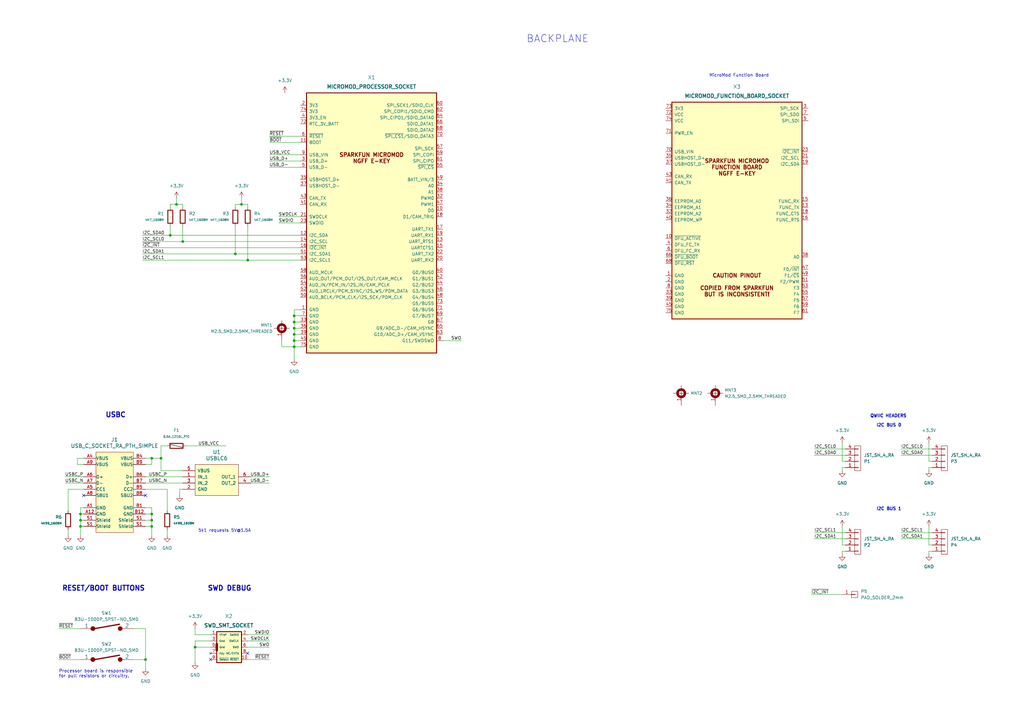
<source format=kicad_sch>
(kicad_sch (version 20230121) (generator eeschema)
  (paper "A3")
  (lib_symbols
    (symbol "appli_connector:M2_SMT_SOCKET_MICROMOD" (pin_names (offset 1.016))
      (property "Reference" "X" (at -5.08 8.89 0))
      (property "Value" "MICROMOD_PROCESSOR_SOCKET" (at 0 -101.6 0))
      (symbol "M2_SMT_SOCKET_MICROMOD_0_1"
        (rectangle (start -26.67 7.62) (end 26.67 -99.06) (stroke (width 0.4064)) (fill (type background)))
      )
      (symbol "M2_SMT_SOCKET_MICROMOD_1_0"
        (pin passive line (at 29.21 -40.64 180) (length 2.54) (name "D0") (number "10"))
        (pin passive line (at -29.21 -12.7 0) (length 2.54) (name "BOOT") (number "11"))
        (pin passive line (at -29.21 -50.8 0) (length 2.54) (name "I2C_SDA") (number "12"))
        (pin passive line (at 29.21 -53.34 180) (length 2.54) (name "UART_RTS1") (number "13"))
        (pin passive line (at -29.21 -53.34 0) (length 2.54) (name "I2C_SCL") (number "14"))
        (pin passive line (at 29.21 -55.88 180) (length 2.54) (name "UARTCTS1") (number "15"))
        (pin passive line (at -29.21 -55.88 0) (length 2.54) (name "~{I2C_INT}") (number "16"))
        (pin passive line (at 29.21 -48.26 180) (length 2.54) (name "UART_TX1") (number "17"))
        (pin passive line (at 29.21 -43.18 180) (length 2.54) (name "D1/CAM_TRIG") (number "18"))
        (pin passive line (at 29.21 -50.8 180) (length 2.54) (name "UART_RX1") (number "19"))
        (pin passive line (at -29.21 2.54 0) (length 2.54) (name "3V3") (number "2"))
        (pin passive line (at 29.21 -60.96 180) (length 2.54) (name "UART_RX2") (number "20"))
        (pin passive line (at -29.21 -43.18 0) (length 2.54) (name "SWDCLK") (number "21"))
        (pin passive line (at 29.21 -58.42 180) (length 2.54) (name "UART_TX2") (number "22"))
        (pin passive line (at -29.21 -45.72 0) (length 2.54) (name "SWDIO") (number "23"))
        (pin passive line (at -29.21 -20.32 0) (length 2.54) (name "USB_D+") (number "3"))
        (pin passive line (at 29.21 -35.56 180) (length 2.54) (name "PWM0") (number "32"))
        (pin passive line (at -29.21 -86.36 0) (length 2.54) (name "GND") (number "33"))
        (pin passive line (at 29.21 -30.48 180) (length 2.54) (name "A0") (number "34"))
        (pin passive line (at -29.21 -27.94 0) (length 2.54) (name "USBHOST_D+") (number "35"))
        (pin passive line (at -29.21 -88.9 0) (length 2.54) (name "GND") (number "36"))
        (pin passive line (at -29.21 -30.48 0) (length 2.54) (name "USBHOST_D-") (number "37"))
        (pin passive line (at 29.21 -33.02 180) (length 2.54) (name "A1") (number "38"))
        (pin passive line (at -29.21 -91.44 0) (length 2.54) (name "GND") (number "39"))
        (pin passive line (at -29.21 -2.54 0) (length 2.54) (name "3V3_EN") (number "4"))
        (pin passive line (at 29.21 -66.04 180) (length 2.54) (name "G0/BUS0") (number "40"))
        (pin passive line (at -29.21 -38.1 0) (length 2.54) (name "CAN_RX") (number "41"))
        (pin passive line (at 29.21 -68.58 180) (length 2.54) (name "G1/BUS1") (number "42"))
        (pin passive line (at -29.21 -35.56 0) (length 2.54) (name "CAN_TX") (number "43"))
        (pin passive line (at 29.21 -71.12 180) (length 2.54) (name "G2/BUS2") (number "44"))
        (pin passive line (at -29.21 -93.98 0) (length 2.54) (name "GND") (number "45"))
        (pin passive line (at 29.21 -73.66 180) (length 2.54) (name "G3/BUS3") (number "46"))
        (pin passive line (at 29.21 -38.1 180) (length 2.54) (name "PWM1") (number "47"))
        (pin passive line (at 29.21 -76.2 180) (length 2.54) (name "G4/BUS4") (number "48"))
        (pin passive line (at 29.21 -27.94 180) (length 2.54) (name "BATT_VIN/3") (number "49"))
        (pin passive line (at -29.21 -22.86 0) (length 2.54) (name "USB_D-") (number "5"))
        (pin passive line (at -29.21 -76.2 0) (length 2.54) (name "AUD_BCLK/PCM_CLK/I2S_SCK/PDM_CLK") (number "50"))
        (pin passive line (at -29.21 -58.42 0) (length 2.54) (name "I2C_SDA1") (number "51"))
        (pin passive line (at -29.21 -73.66 0) (length 2.54) (name "AUD_LRCLK/PCM_SYNC/I2S_WS/PDM_DATA") (number "52"))
        (pin passive line (at -29.21 -60.96 0) (length 2.54) (name "I2C_SCL1") (number "53"))
        (pin passive line (at -29.21 -71.12 0) (length 2.54) (name "AUD_IN/PCM_IN/I2S_IN/CAM_PCLK") (number "54"))
        (pin passive line (at 29.21 -22.86 180) (length 2.54) (name "~{SPI_CS}") (number "55"))
        (pin passive line (at -29.21 -68.58 0) (length 2.54) (name "AUD_OUT/PCM_OUT/I2S_OUT/CAM_MCLK") (number "56"))
        (pin passive line (at 29.21 -15.24 180) (length 2.54) (name "SPI_SCK") (number "57"))
        (pin passive line (at -29.21 -66.04 0) (length 2.54) (name "AUD_MCLK") (number "58"))
        (pin passive line (at 29.21 -17.78 180) (length 2.54) (name "SPI_COPI") (number "59"))
        (pin passive line (at -29.21 -10.16 0) (length 2.54) (name "~{RESET}") (number "6"))
        (pin passive line (at 29.21 2.54 180) (length 2.54) (name "SPI_SCK1/SDIO_CLK") (number "60"))
        (pin passive line (at 29.21 -20.32 180) (length 2.54) (name "SPI_CIPO") (number "61"))
        (pin passive line (at 29.21 0 180) (length 2.54) (name "SPI_COPI1/SDIO_CMD") (number "62"))
        (pin passive line (at 29.21 -91.44 180) (length 2.54) (name "G10/ADC_D+/CAM_VSYNC") (number "63"))
        (pin passive line (at 29.21 -2.54 180) (length 2.54) (name "SPI_CIPO1/SDIO_DATA0") (number "64"))
        (pin passive line (at 29.21 -88.9 180) (length 2.54) (name "G9/ADC_D-/CAM_HSYNC") (number "65"))
        (pin passive line (at 29.21 -5.08 180) (length 2.54) (name "SDIO_DATA1") (number "66"))
        (pin passive line (at 29.21 -86.36 180) (length 2.54) (name "G8") (number "67"))
        (pin passive line (at 29.21 -7.62 180) (length 2.54) (name "SDIO_DATA2") (number "68"))
        (pin passive line (at 29.21 -83.82 180) (length 2.54) (name "G7/BUS7") (number "69"))
        (pin passive line (at -29.21 -83.82 0) (length 2.54) (name "GND") (number "7"))
        (pin passive line (at 29.21 -10.16 180) (length 2.54) (name "~{SPI_CS1}/SDIO_DATA3") (number "70"))
        (pin passive line (at 29.21 -81.28 180) (length 2.54) (name "G6/BUS6") (number "71"))
        (pin passive line (at -29.21 -5.08 0) (length 2.54) (name "RTC_3V_BATT") (number "72"))
        (pin passive line (at 29.21 -78.74 180) (length 2.54) (name "G5/BUS5") (number "73"))
        (pin passive line (at -29.21 0 0) (length 2.54) (name "3V3") (number "74"))
        (pin passive line (at -29.21 -96.52 0) (length 2.54) (name "GND") (number "75"))
        (pin passive line (at 29.21 -93.98 180) (length 2.54) (name "G11/SWDSWO") (number "8"))
        (pin passive line (at -29.21 -17.78 0) (length 2.54) (name "USB_VIN") (number "9"))
      )
      (symbol "M2_SMT_SOCKET_MICROMOD_1_1"
        (text "SPARKFUN MICROMOD\nNGFF E-KEY" (at 0 -19.05 0) (effects (font (size 1.6 1.6) bold)))
        (pin passive line (at -29.21 -81.28 0) (length 2.54) (name "GND") (number "1"))
      )
    )
    (symbol "appli_connector:M2_SMT_SOCKET_MICROMOD_FN" (pin_names (offset 1.016))
      (property "Reference" "X" (at -5.08 8.89 0))
      (property "Value" "MICROMOD_FUNCTION_BOARD_SOCKET" (at 0 -85.09 0))
      (symbol "M2_SMT_SOCKET_MICROMOD_FN_0_1"
        (rectangle (start -26.67 7.62) (end 26.67 -81.28) (stroke (width 0.4064)) (fill (type background)))
      )
      (symbol "M2_SMT_SOCKET_MICROMOD_FN_1_0"
        (pin passive line (at -29.21 -48.26 0) (length 2.54) (name "~{DFU_ACTIVE}") (number "10"))
        (pin passive line (at 29.21 -35.56 180) (length 2.54) (name "FUNC_TX") (number "13"))
        (pin passive line (at 29.21 -33.02 180) (length 2.54) (name "FUNC_RX") (number "15"))
        (pin passive line (at 29.21 -40.64 180) (length 2.54) (name "FUNC_RTS") (number "16"))
        (pin passive line (at 29.21 -38.1 180) (length 2.54) (name "FUNC_CTS") (number "18"))
        (pin passive line (at 29.21 -17.78 180) (length 2.54) (name "I2C_SDA") (number "19"))
        (pin passive line (at -29.21 -66.04 0) (length 2.54) (name "GND") (number "2"))
        (pin passive line (at 29.21 -15.24 180) (length 2.54) (name "I2C_SCL") (number "21"))
        (pin passive line (at 29.21 -12.7 180) (length 2.54) (name "~{I2C_INT}") (number "23"))
        (pin passive line (at 29.21 5.08 180) (length 2.54) (name "SPI_SCK") (number "3"))
        (pin passive line (at -29.21 -38.1 0) (length 2.54) (name "EEPROM_A2") (number "32"))
        (pin passive line (at -29.21 -71.12 0) (length 2.54) (name "GND") (number "33"))
        (pin passive line (at -29.21 -35.56 0) (length 2.54) (name "EEPROM_A1") (number "34"))
        (pin passive line (at -29.21 -15.24 0) (length 2.54) (name "USBHOST_D+") (number "35"))
        (pin passive line (at -29.21 -33.02 0) (length 2.54) (name "EEPROM_A0") (number "36"))
        (pin passive line (at -29.21 -17.78 0) (length 2.54) (name "USBHOST_D-") (number "37"))
        (pin passive line (at 29.21 -55.88 180) (length 2.54) (name "A0") (number "38"))
        (pin passive line (at -29.21 -73.66 0) (length 2.54) (name "GND") (number "39"))
        (pin passive line (at -29.21 -50.8 0) (length 2.54) (name "DFU_FC_TX") (number "4"))
        (pin passive line (at -29.21 -40.64 0) (length 2.54) (name "EEPROM_WP") (number "40"))
        (pin passive line (at -29.21 -25.4 0) (length 2.54) (name "CAN_TX") (number "41"))
        (pin passive line (at -29.21 -22.86 0) (length 2.54) (name "CAN_RX") (number "43"))
        (pin passive line (at -29.21 -76.2 0) (length 2.54) (name "GND") (number "45"))
        (pin passive line (at 29.21 -60.96 180) (length 2.54) (name "F0/~{INT}") (number "47"))
        (pin passive line (at 29.21 -63.5 180) (length 2.54) (name "F1/~{CS}") (number "49"))
        (pin passive line (at 29.21 0 180) (length 2.54) (name "SPI_SDI") (number "5"))
        (pin passive line (at 29.21 -66.04 180) (length 2.54) (name "F2/PWM") (number "51"))
        (pin passive line (at 29.21 -68.58 180) (length 2.54) (name "F3") (number "53"))
        (pin passive line (at 29.21 -71.12 180) (length 2.54) (name "F4") (number "55"))
        (pin passive line (at 29.21 -73.66 180) (length 2.54) (name "F5") (number "57"))
        (pin passive line (at 29.21 -76.2 180) (length 2.54) (name "F6") (number "59"))
        (pin passive line (at -29.21 -53.34 0) (length 2.54) (name "DFU_FC_RX") (number "6"))
        (pin passive line (at 29.21 -78.74 180) (length 2.54) (name "F7") (number "61"))
        (pin passive line (at -29.21 -55.88 0) (length 2.54) (name "~{DFU_BOOT}") (number "66"))
        (pin passive line (at -29.21 -58.42 0) (length 2.54) (name "~{DFU_RST}") (number "68"))
        (pin passive line (at 29.21 2.54 180) (length 2.54) (name "SPI_SDO") (number "7"))
        (pin passive line (at -29.21 -12.7 0) (length 2.54) (name "USB_VIN") (number "70"))
        (pin passive line (at -29.21 -5.08 0) (length 2.54) (name "PWR_EN") (number "71"))
        (pin passive line (at -29.21 2.54 0) (length 2.54) (name "VCC") (number "72"))
        (pin passive line (at -29.21 5.08 0) (length 2.54) (name "3V3") (number "73"))
        (pin passive line (at -29.21 0 0) (length 2.54) (name "VCC") (number "74"))
        (pin passive line (at -29.21 -78.74 0) (length 2.54) (name "GND") (number "75"))
        (pin passive line (at -29.21 -68.58 0) (length 2.54) (name "GND") (number "8"))
      )
      (symbol "M2_SMT_SOCKET_MICROMOD_FN_1_1"
        (text "CAUTION PINOUT\n\nCOPIED FROM SPARKFUN\nBUT IS INCONSISTENT!" (at 0 -67.31 0) (effects (font (size 1.6 1.6) bold)))
        (text "SPARKFUN MICROMOD\nFUNCTION BOARD\nNGFF E-KEY" (at 0 -19.05 0) (effects (font (size 1.6 1.6) bold)))
        (pin passive line (at -29.21 -63.5 0) (length 2.54) (name "GND") (number "1"))
      )
    )
    (symbol "appli_connector:PAD_SOLDER_2mm" (pin_names (offset 1.016) hide)
      (property "Reference" "P" (at 0 2.54 0))
      (property "Value" "PAD_SOLDER_2mm" (at 0 -3.81 0))
      (symbol "PAD_SOLDER_2mm_0_1"
        (rectangle (start -1.27 0.127) (end 0.254 -0.127))
        (rectangle (start -1.27 1.27) (end 1.27 -1.27))
      )
      (symbol "PAD_SOLDER_2mm_1_1"
        (pin passive line (at -5.08 0 0) (length 3.81) (name "P1") (number "1"))
      )
    )
    (symbol "appli_connector:SWD_SMT_SOCKET" (pin_names (offset 1.016))
      (property "Reference" "X" (at -5.08 6.985 0))
      (property "Value" "SWD_SMT_SOCKET" (at 0 -6.985 0))
      (symbol "SWD_SMT_SOCKET_0_1"
        (rectangle (start -5.08 6.35) (end 5.08 -6.35) (stroke (width 0.4064)) (fill (type background)))
        (polyline (pts (xy -5.08 1.27) (xy -5.08 -1.27)) (stroke (width 0.9906)))
      )
      (symbol "SWD_SMT_SOCKET_1_1"
        (pin input line (at -7.62 5.08 0) (length 2.54) (name "VTref") (number "1"))
        (pin output line (at 7.62 -5.08 180) (length 2.54) (name "~{RESET}") (number "10"))
        (pin bidirectional line (at 7.62 5.08 180) (length 2.54) (name "SWDIO") (number "2"))
        (pin passive line (at -7.62 2.54 0) (length 2.54) (name "Gnd") (number "3"))
        (pin output line (at 7.62 2.54 180) (length 2.54) (name "SWCLK") (number "4"))
        (pin passive line (at -7.62 0 0) (length 2.54) (name "Gnd") (number "5"))
        (pin bidirectional line (at 7.62 0 180) (length 2.54) (name "SWO") (number "6"))
        (pin no_connect line (at -7.62 -2.54 0) (length 2.54) (name "Key") (number "7"))
        (pin passive line (at 7.62 -2.54 180) (length 2.54) (name "NC/EXTb") (number "8"))
        (pin passive line (at -7.62 -5.08 0) (length 2.54) (name "~{Detect}") (number "9"))
      )
    )
    (symbol "appli_connector_jst:JST_SH_4_RA" (pin_names (offset 1.016) hide)
      (property "Reference" "P" (at 0 6.35 0))
      (property "Value" "JST_SH_4_RA" (at 2.54 0 90))
      (symbol "JST_SH_4_RA_0_1"
        (rectangle (start -1.27 -3.683) (end 0.254 -3.937))
        (rectangle (start -1.27 -1.143) (end 0.254 -1.397))
        (rectangle (start -1.27 1.397) (end 0.254 1.143))
        (rectangle (start -1.27 3.937) (end 0.254 3.683))
        (rectangle (start -1.27 5.08) (end 1.27 -5.08))
      )
      (symbol "JST_SH_4_RA_1_1"
        (pin passive line (at -5.08 3.81 0) (length 3.81) (name "P1") (number "1"))
        (pin passive line (at -5.08 1.27 0) (length 3.81) (name "P2") (number "2"))
        (pin passive line (at -5.08 -1.27 0) (length 3.81) (name "P3") (number "3"))
        (pin passive line (at -5.08 -3.81 0) (length 3.81) (name "P4") (number "4"))
      )
    )
    (symbol "appli_device:USBLC6" (pin_names (offset 1.016))
      (property "Reference" "U" (at 0 11.43 0))
      (property "Value" "USBLC6" (at 0 8.89 0))
      (symbol "USBLC6_0_1"
        (rectangle (start -8.89 6.35) (end 8.89 -6.35) (fill (type background)))
      )
      (symbol "USBLC6_1_1"
        (pin bidirectional line (at -13.97 1.27 0) (length 5.08) (name "IN_1") (number "1"))
        (pin power_in line (at -13.97 -3.81 0) (length 5.08) (name "GND") (number "2"))
        (pin bidirectional line (at -13.97 -1.27 0) (length 5.08) (name "IN_2") (number "3"))
        (pin bidirectional line (at 13.97 -1.27 180) (length 5.08) (name "OUT_2") (number "4"))
        (pin power_in line (at -13.97 3.81 0) (length 5.08) (name "VBUS") (number "5"))
        (pin bidirectional line (at 13.97 1.27 180) (length 5.08) (name "OUT_1") (number "6"))
      )
    )
    (symbol "appli_fuse:0.5A_1210L_PTC" (pin_numbers hide) (pin_names (offset 0))
      (property "Reference" "F" (at -2.159 -3.81 90))
      (property "Value" "0.5A_1210L_PTC" (at 2.032 -3.81 90))
      (symbol "0.5A_1210L_PTC_0_1"
        (rectangle (start -1.016 -1.143) (end 1.016 -6.477) (stroke (width 0.381)))
        (polyline (pts (xy 0.635 -1.27) (xy -0.635 -6.35)) (stroke (width 0.2032)))
      )
      (symbol "0.5A_1210L_PTC_1_1"
        (pin passive line (at 0 0 270) (length 1.143) (name "~") (number "1"))
        (pin passive line (at 0 -7.62 90) (length 1.143) (name "~") (number "2"))
      )
    )
    (symbol "appli_mount:M2.5_SMD_2.5MM_THREADED" (pin_names (offset 1.016))
      (property "Reference" "MNT" (at 0 8.255 0))
      (property "Value" "M2.5_SMD_2.5MM_THREADED" (at 0 6.35 0))
      (symbol "M2.5_SMD_2.5MM_THREADED_0_1"
        (polyline (pts (xy -3.175 0) (xy 3.175 0)))
        (polyline (pts (xy 0 3.175) (xy 0 -3.175)))
        (circle (center 0 0) (radius 1.524) (stroke (width 1.016)))
      )
      (symbol "M2.5_SMD_2.5MM_THREADED_1_1"
        (pin passive line (at 0 -5.08 90) (length 5.08) (name "~") (number "1"))
      )
    )
    (symbol "appli_power:+3.3V" (power) (pin_names (offset 0))
      (property "Value" "+3.3V" (at 0 3.556 0))
      (symbol "+3.3V_0_1"
        (polyline (pts (xy -0.762 1.27) (xy 0 2.54)))
        (polyline (pts (xy 0 0) (xy 0 2.54)))
        (polyline (pts (xy 0 2.54) (xy 0.762 1.27)))
      )
      (symbol "+3.3V_1_1"
        (pin power_in line (at 0 0 90) (length 0) hide (name "+3.3V") (number "1"))
      )
    )
    (symbol "appli_power:GND" (power) (pin_names (offset 0))
      (property "Value" "GND" (at 0 -3.81 0))
      (symbol "GND_0_1"
        (polyline (pts (xy 0 0) (xy 0 -1.27) (xy 1.27 -1.27) (xy 0 -2.54) (xy -1.27 -1.27) (xy 0 -1.27)))
      )
      (symbol "GND_1_1"
        (pin power_in line (at 0 0 270) (length 0) hide (name "GND") (number "1"))
      )
    )
    (symbol "appli_resistor:4K7_1608M" (pin_numbers hide) (pin_names (offset 0))
      (property "Reference" "R" (at -2.159 -3.81 90))
      (property "Value" "4K7_1608M" (at 2.032 -3.81 90))
      (symbol "4K7_1608M_0_1"
        (rectangle (start -1.016 -1.143) (end 1.016 -6.477) (stroke (width 0.381)))
      )
      (symbol "4K7_1608M_1_1"
        (pin passive line (at 0 0 270) (length 1.143) (name "~") (number "1"))
        (pin passive line (at 0 -7.62 90) (length 1.143) (name "~") (number "2"))
      )
    )
    (symbol "appli_resistor:4K99_1608M" (pin_numbers hide) (pin_names (offset 0))
      (property "Reference" "R" (at -2.159 -3.81 90))
      (property "Value" "4K99_1608M" (at 2.032 -3.81 90))
      (symbol "4K99_1608M_0_1"
        (rectangle (start -1.016 -1.143) (end 1.016 -6.477) (stroke (width 0.381)))
      )
      (symbol "4K99_1608M_1_1"
        (pin passive line (at 0 0 270) (length 1.143) (name "~") (number "1"))
        (pin passive line (at 0 -7.62 90) (length 1.143) (name "~") (number "2"))
      )
    )
    (symbol "appli_switch:B3U-1000P_SPST-NO_SMD" (pin_numbers hide) (pin_names (offset 0))
      (property "Reference" "SW" (at 0 11.176 0))
      (property "Value" "B3U-1000P_SPST-NO_SMD" (at 0 8.89 0))
      (symbol "B3U-1000P_SPST-NO_SMD_0_1"
        (circle (center -5.08 0) (radius 0.7112) (stroke (width 0.508)) (fill (type outline)))
        (polyline (pts (xy -4.318 0) (xy 5.842 1.778)) (stroke (width 0.508)))
        (circle (center 6.096 0) (radius 0.6858) (stroke (width 0.508)) (fill (type outline)))
      )
      (symbol "B3U-1000P_SPST-NO_SMD_1_1"
        (pin passive line (at -10.16 0 0) (length 5.0038) (name "1") (number "1"))
        (pin passive line (at 11.43 0 180) (length 5.0038) (name "2") (number "2"))
      )
    )
    (symbol "appli_usb:USB_C_SOCKET_RA_PTH_SIMPLE" (pin_names (offset 0.0254))
      (property "Reference" "J?" (at 0 24.13 0))
      (property "Value" "USB_C_SOCKET_RA_PTH_SIMPLE" (at -1.27 20.32 0))
      (symbol "USB_C_SOCKET_RA_PTH_SIMPLE_0_1"
        (rectangle (start -7.62 17.78) (end 7.62 -15.24) (fill (type background)))
      )
      (symbol "USB_C_SOCKET_RA_PTH_SIMPLE_1_1"
        (pin input line (at -12.7 -5.08 0) (length 5.08) (name "GND") (number "A1"))
        (pin input line (at -12.7 -7.62 0) (length 5.08) (name "GND") (number "A12"))
        (pin input line (at -12.7 15.24 0) (length 5.08) (name "VBUS") (number "A4"))
        (pin input line (at -12.7 2.54 0) (length 5.08) (name "CC1") (number "A5"))
        (pin input line (at -12.7 7.62 0) (length 5.08) (name "D+") (number "A6"))
        (pin input line (at -12.7 5.08 0) (length 5.08) (name "D-") (number "A7"))
        (pin input line (at -12.7 0 0) (length 5.08) (name "SBU1") (number "A8"))
        (pin input line (at -12.7 12.7 0) (length 5.08) (name "VBUS") (number "A9"))
        (pin input line (at 12.7 -5.08 180) (length 5.08) (name "GND") (number "B1"))
        (pin input line (at 12.7 -7.62 180) (length 5.08) (name "GND") (number "B12"))
        (pin input line (at 12.7 15.24 180) (length 5.08) (name "VBUS") (number "B4"))
        (pin input line (at 12.7 2.54 180) (length 5.08) (name "CC2") (number "B5"))
        (pin input line (at 12.7 7.62 180) (length 5.08) (name "D+") (number "B6"))
        (pin input line (at 12.7 5.08 180) (length 5.08) (name "D-") (number "B7"))
        (pin input line (at 12.7 0 180) (length 5.08) (name "SBU2") (number "B8"))
        (pin input line (at 12.7 12.7 180) (length 5.08) (name "VBUS") (number "B9"))
        (pin input line (at -12.7 -12.7 0) (length 5.08) (name "Shield") (number "S1"))
        (pin input line (at -12.7 -10.16 0) (length 5.08) (name "Shield") (number "S1"))
        (pin input line (at 12.7 -12.7 180) (length 5.08) (name "Shield") (number "S1"))
        (pin input line (at 12.7 -10.16 180) (length 5.08) (name "Shield") (number "S1"))
      )
    )
  )
  (junction (at 80.01 265.43))
  (junction (at 101.6 106.68))
  (junction (at 62.23 213.36))
  (junction (at 72.39 83.82))
  (junction (at 120.65 134.62))
  (junction (at 62.23 210.82))
  (junction (at 33.02 210.82))
  (junction (at 66.04 187.96))
  (junction (at 120.65 139.7))
  (junction (at 120.65 132.08))
  (junction (at 62.23 187.96))
  (junction (at 120.65 129.54))
  (junction (at 33.02 215.9))
  (junction (at 120.65 142.24))
  (junction (at 99.06 83.82))
  (junction (at 62.23 215.9))
  (junction (at 33.02 213.36))
  (junction (at 69.85 96.52))
  (junction (at 96.52 104.14))
  (junction (at 59.69 270.51))
  (junction (at 120.65 137.16))
  (junction (at 74.93 99.06))
  (no_connect (at 86.36 270.51))
  (no_connect (at 34.29 203.2))
  (no_connect (at 59.69 203.2))
  (no_connect (at 101.6 267.97))
  (wire (pts (xy 68.58 200.66) (xy 68.58 209.55)))
  (wire (pts (xy 59.69 210.82) (xy 62.23 210.82)))
  (wire (pts (xy 120.65 129.54) (xy 123.19 129.54)))
  (wire (pts (xy 345.44 223.52) (xy 346.71 223.52)))
  (wire (pts (xy 62.23 190.5) (xy 62.23 187.96)))
  (wire (pts (xy 59.69 208.28) (xy 62.23 208.28)))
  (wire (pts (xy 120.65 142.24) (xy 120.65 139.7)))
  (wire (pts (xy 59.69 270.51) (xy 59.69 274.32)))
  (wire (pts (xy 66.04 182.88) (xy 68.58 182.88)))
  (wire (pts (xy 101.6 265.43) (xy 110.49 265.43)))
  (wire (pts (xy 62.23 215.9) (xy 59.69 215.9)))
  (wire (pts (xy 59.69 200.66) (xy 68.58 200.66)))
  (wire (pts (xy 76.2 182.88) (xy 92.71 182.88)))
  (wire (pts (xy 381 189.23) (xy 382.27 189.23)))
  (wire (pts (xy 27.94 217.17) (xy 27.94 219.71)))
  (wire (pts (xy 80.01 265.43) (xy 86.36 265.43)))
  (wire (pts (xy 96.52 85.09) (xy 96.52 83.82)))
  (wire (pts (xy 369.57 220.98) (xy 382.27 220.98)))
  (wire (pts (xy 26.67 198.12) (xy 34.29 198.12)))
  (wire (pts (xy 74.93 193.04) (xy 66.04 193.04)))
  (wire (pts (xy 114.3 91.44) (xy 123.19 91.44)))
  (wire (pts (xy 86.36 262.89) (xy 80.01 262.89)))
  (wire (pts (xy 381 223.52) (xy 382.27 223.52)))
  (wire (pts (xy 69.85 85.09) (xy 69.85 83.82)))
  (wire (pts (xy 80.01 265.43) (xy 80.01 271.78)))
  (wire (pts (xy 369.57 184.15) (xy 382.27 184.15)))
  (wire (pts (xy 58.42 99.06) (xy 74.93 99.06)))
  (wire (pts (xy 66.04 182.88) (xy 66.04 187.96)))
  (wire (pts (xy 62.23 187.96) (xy 66.04 187.96)))
  (wire (pts (xy 110.49 55.88) (xy 123.19 55.88)))
  (wire (pts (xy 96.52 104.14) (xy 123.19 104.14)))
  (wire (pts (xy 33.02 210.82) (xy 33.02 208.28)))
  (wire (pts (xy 99.06 83.82) (xy 101.6 83.82)))
  (wire (pts (xy 58.42 104.14) (xy 96.52 104.14)))
  (wire (pts (xy 62.23 210.82) (xy 62.23 213.36)))
  (wire (pts (xy 69.85 83.82) (xy 72.39 83.82)))
  (wire (pts (xy 69.85 96.52) (xy 123.19 96.52)))
  (wire (pts (xy 110.49 66.04) (xy 123.19 66.04)))
  (wire (pts (xy 120.65 137.16) (xy 120.65 134.62)))
  (wire (pts (xy 74.93 92.71) (xy 74.93 99.06)))
  (wire (pts (xy 110.49 58.42) (xy 123.19 58.42)))
  (wire (pts (xy 101.6 106.68) (xy 123.19 106.68)))
  (wire (pts (xy 80.01 262.89) (xy 80.01 265.43)))
  (wire (pts (xy 345.44 181.61) (xy 345.44 189.23)))
  (wire (pts (xy 120.65 142.24) (xy 120.65 147.32)))
  (wire (pts (xy 102.87 198.12) (xy 110.49 198.12)))
  (wire (pts (xy 381 226.06) (xy 381 227.33)))
  (wire (pts (xy 345.44 215.9) (xy 345.44 223.52)))
  (wire (pts (xy 120.65 127) (xy 123.19 127)))
  (wire (pts (xy 120.65 134.62) (xy 123.19 134.62)))
  (wire (pts (xy 62.23 215.9) (xy 62.23 219.71)))
  (wire (pts (xy 34.29 190.5) (xy 31.75 190.5)))
  (wire (pts (xy 369.57 186.69) (xy 382.27 186.69)))
  (wire (pts (xy 334.01 186.69) (xy 346.71 186.69)))
  (wire (pts (xy 381 226.06) (xy 382.27 226.06)))
  (wire (pts (xy 62.23 213.36) (xy 62.23 215.9)))
  (wire (pts (xy 334.01 184.15) (xy 346.71 184.15)))
  (wire (pts (xy 345.44 189.23) (xy 346.71 189.23)))
  (wire (pts (xy 120.65 132.08) (xy 120.65 129.54)))
  (wire (pts (xy 33.02 208.28) (xy 34.29 208.28)))
  (wire (pts (xy 96.52 83.82) (xy 99.06 83.82)))
  (wire (pts (xy 114.3 88.9) (xy 123.19 88.9)))
  (wire (pts (xy 54.61 270.51) (xy 59.69 270.51)))
  (wire (pts (xy 101.6 92.71) (xy 101.6 106.68)))
  (wire (pts (xy 33.02 215.9) (xy 34.29 215.9)))
  (wire (pts (xy 101.6 262.89) (xy 110.49 262.89)))
  (wire (pts (xy 24.13 257.81) (xy 33.02 257.81)))
  (wire (pts (xy 27.94 209.55) (xy 27.94 200.66)))
  (wire (pts (xy 381 191.77) (xy 382.27 191.77)))
  (wire (pts (xy 99.06 81.28) (xy 99.06 83.82)))
  (wire (pts (xy 345.44 226.06) (xy 345.44 227.33)))
  (wire (pts (xy 59.69 198.12) (xy 74.93 198.12)))
  (wire (pts (xy 33.02 213.36) (xy 33.02 215.9)))
  (wire (pts (xy 62.23 208.28) (xy 62.23 210.82)))
  (wire (pts (xy 59.69 270.51) (xy 59.69 257.81)))
  (wire (pts (xy 73.66 200.66) (xy 73.66 203.2)))
  (wire (pts (xy 74.93 200.66) (xy 73.66 200.66)))
  (wire (pts (xy 369.57 218.44) (xy 382.27 218.44)))
  (wire (pts (xy 69.85 92.71) (xy 69.85 96.52)))
  (wire (pts (xy 334.01 220.98) (xy 346.71 220.98)))
  (wire (pts (xy 58.42 101.6) (xy 123.19 101.6)))
  (wire (pts (xy 120.65 139.7) (xy 120.65 137.16)))
  (wire (pts (xy 181.61 139.7) (xy 189.23 139.7)))
  (wire (pts (xy 59.69 187.96) (xy 62.23 187.96)))
  (wire (pts (xy 96.52 92.71) (xy 96.52 104.14)))
  (wire (pts (xy 345.44 191.77) (xy 345.44 193.04)))
  (wire (pts (xy 24.13 270.51) (xy 33.02 270.51)))
  (wire (pts (xy 59.69 213.36) (xy 62.23 213.36)))
  (wire (pts (xy 80.01 257.81) (xy 80.01 260.35)))
  (wire (pts (xy 59.69 190.5) (xy 62.23 190.5)))
  (wire (pts (xy 26.67 195.58) (xy 34.29 195.58)))
  (wire (pts (xy 101.6 260.35) (xy 110.49 260.35)))
  (wire (pts (xy 59.69 257.81) (xy 54.61 257.81)))
  (wire (pts (xy 72.39 83.82) (xy 74.93 83.82)))
  (wire (pts (xy 33.02 215.9) (xy 33.02 219.71)))
  (wire (pts (xy 86.36 260.35) (xy 80.01 260.35)))
  (wire (pts (xy 332.74 243.84) (xy 345.44 243.84)))
  (wire (pts (xy 74.93 99.06) (xy 123.19 99.06)))
  (wire (pts (xy 110.49 68.58) (xy 123.19 68.58)))
  (wire (pts (xy 102.87 195.58) (xy 110.49 195.58)))
  (wire (pts (xy 34.29 210.82) (xy 33.02 210.82)))
  (wire (pts (xy 381 181.61) (xy 381 189.23)))
  (wire (pts (xy 110.49 63.5) (xy 123.19 63.5)))
  (wire (pts (xy 27.94 200.66) (xy 34.29 200.66)))
  (wire (pts (xy 334.01 218.44) (xy 346.71 218.44)))
  (wire (pts (xy 66.04 193.04) (xy 66.04 187.96)))
  (wire (pts (xy 74.93 83.82) (xy 74.93 85.09)))
  (wire (pts (xy 115.57 142.24) (xy 120.65 142.24)))
  (wire (pts (xy 31.75 190.5) (xy 31.75 187.96)))
  (wire (pts (xy 68.58 217.17) (xy 68.58 219.71)))
  (wire (pts (xy 101.6 83.82) (xy 101.6 85.09)))
  (wire (pts (xy 345.44 191.77) (xy 346.71 191.77)))
  (wire (pts (xy 33.02 210.82) (xy 33.02 213.36)))
  (wire (pts (xy 72.39 81.28) (xy 72.39 83.82)))
  (wire (pts (xy 115.57 139.7) (xy 115.57 142.24)))
  (wire (pts (xy 120.65 129.54) (xy 120.65 127)))
  (wire (pts (xy 58.42 106.68) (xy 101.6 106.68)))
  (wire (pts (xy 59.69 195.58) (xy 74.93 195.58)))
  (wire (pts (xy 345.44 226.06) (xy 346.71 226.06)))
  (wire (pts (xy 123.19 142.24) (xy 120.65 142.24)))
  (wire (pts (xy 120.65 134.62) (xy 120.65 132.08)))
  (wire (pts (xy 120.65 137.16) (xy 123.19 137.16)))
  (wire (pts (xy 381 215.9) (xy 381 223.52)))
  (wire (pts (xy 34.29 213.36) (xy 33.02 213.36)))
  (wire (pts (xy 101.6 270.51) (xy 110.49 270.51)))
  (wire (pts (xy 381 191.77) (xy 381 193.04)))
  (wire (pts (xy 58.42 96.52) (xy 69.85 96.52)))
  (wire (pts (xy 31.75 187.96) (xy 34.29 187.96)))
  (wire (pts (xy 120.65 132.08) (xy 123.19 132.08)))
  (wire (pts (xy 120.65 139.7) (xy 123.19 139.7)))
  (text "5k1 requests 5V@1.5A" (at 81.28 218.44 0) (effects (font (size 1.27 1.27)) (justify left bottom)))
  (text "SWD DEBUG" (at 85.09 242.57 0) (effects (font (size 2 2) (thickness 0.4) bold) (justify left bottom)))
  (text "USBC" (at 43.18 171.45 0) (effects (font (size 2 2) (thickness 0.4) bold) (justify left bottom)))
  (text "MicroMod Function Board" (at 290.83 31.75 0) (effects (font (size 1.27 1.27)) (justify left bottom)))
  (text "RESET/BOOT BUTTONS" (at 25.4 242.57 0) (effects (font (size 2 2) (thickness 0.4) bold) (justify left bottom)))
  (text "I2C BUS 0" (at 359.41 175.26 0) (effects (font (size 1.27 1.27) (thickness 0.254) bold) (justify left bottom)))
  (text "QWIIC HEADERS" (at 356.87 171.45 0) (effects (font (size 1.27 1.27) (thickness 0.254) bold) (justify left bottom)))
  (text "I2C BUS 1" (at 359.41 209.55 0) (effects (font (size 1.27 1.27) (thickness 0.254) bold) (justify left bottom)))
  (text "Processor board is responsible \nfor pull resistors or circuitry." (at 24.13 278.13 0) (effects (font (size 1.27 1.27)) (justify left bottom)))
  (text "BACKPLANE" (at 215.9 17.78 0) (effects (font (size 3 3)) (justify left bottom)))
  (label "USBC_P" (at 26.67 195.58 0))
  (label "I2C_SCL1" (at 58.42 106.68 0))
  (label "I2C_SCL0" (at 369.57 184.15 0))
  (label "I2C_SDA0" (at 334.01 186.69 0))
  (label "~{RESET}" (at 110.49 270.51 180))
  (label "I2C_SDA0" (at 369.57 186.69 0))
  (label "~{RESET}" (at 110.49 55.88 0))
  (label "SWDIO" (at 110.49 260.35 180))
  (label "SWDCLK" (at 114.3 88.9 0))
  (label "~{I2C_INT}" (at 58.42 101.6 0))
  (label "I2C_SCL0" (at 334.01 184.15 0))
  (label "~{I2C_INT}" (at 332.74 243.84 0))
  (label "USBC_P" (at 60.96 195.58 0))
  (label "I2C_SCL1" (at 334.01 218.44 0))
  (label "I2C_SDA0" (at 58.42 96.52 0))
  (label "~{RESET}" (at 24.13 257.81 0))
  (label "SWO" (at 189.23 139.7 180))
  (label "USB_D+" (at 110.49 195.58 180))
  (label "SWDCLK" (at 110.49 262.89 180))
  (label "USBC_N" (at 26.67 198.12 0))
  (label "USB_VCC" (at 110.49 63.5 0))
  (label "SWDIO" (at 114.3 91.44 0))
  (label "~{BOOT}" (at 110.49 58.42 0))
  (label "I2C_SDA1" (at 334.01 220.98 0))
  (label "SWO" (at 110.49 265.43 180))
  (label "USBC_N" (at 60.96 198.12 0))
  (label "USB_VCC" (at 81.28 182.88 0))
  (label "I2C_SDA1" (at 58.42 104.14 0))
  (label "USB_D-" (at 110.49 198.12 180))
  (label "USB_D+" (at 110.49 66.04 0))
  (label "I2C_SCL0" (at 58.42 99.06 0))
  (label "I2C_SDA1" (at 369.57 220.98 0))
  (label "~{BOOT}" (at 24.13 270.51 0))
  (label "I2C_SCL1" (at 369.57 218.44 0))
  (label "USB_D-" (at 110.49 68.58 0))
  (symbol (lib_id "appli_power:GND") (at 381 227.33 0) (unit 1)
    (property "Reference" "#PWR018" (effects hide))
    (property "Value" "GND" (at 381 232.41 0))
  )
  (symbol (lib_id "appli_power:GND") (at 381 193.04 0) (unit 1)
    (property "Reference" "#PWR016" (effects hide))
    (property "Value" "GND" (at 381 198.12 0))
  )
  (symbol (lib_id "appli_mount:M2.5_SMD_2.5MM_THREADED") (at 293.37 161.29 0) (unit 1)
    (property "Reference" "MNT3" (at 297.18 160.02 0) (effects (font (size 1.1938 1.1938)) (justify left)))
    (property "Value" "M2.5_SMD_2.5MM_THREADED" (at 297.18 162.56 0) (effects (font (size 1.1938 1.1938)) (justify left)))
    (property "Footprint" "Applidyne_Mount:9774025151R" (effects hide))
    (property "Datasheet" "https://www.we-online.com/components/products/datasheet/9774025151R.pdf" (effects hide))
    (property "manf" "WURTH ELECTRONIK" (effects hide))
    (property "manf#" "9774025151R" (effects hide))
    (property "Supplier" "DigiKey" (effects hide))
    (property "Supplier Part No" "732-7078-1-ND" (effects hide))
    (property "Supplier URL" "https://www.digikey.com/en/products/detail/w%C3%BCrth-elektronik/9774025151R/5320621" (effects hide))
    (property "Supplier Price" "1.50" (effects hide))
    (property "Supplier Price Break" "100" (effects hide))
  )
  (symbol (lib_id "appli_resistor:4K7_1608M") (at 74.93 85.09 0) (unit 1)
    (property "Reference" "R2" (at 77.47 87.63 0) (effects (justify left)))
    (property "Value" "4K7_1608M" (at 77.47 90.17 0) (effects (font (size 0.889 0.889)) (justify left)))
    (property "Footprint" "Applidyne_Resistor:RESC1608X50N" (effects hide))
    (property "Datasheet" "http://www.farnell.com/datasheets/1788326.pdf" (effects hide))
    (property "manf" "MULTICOMP" (effects hide))
    (property "manf#" "MC0063W060354K7" (effects hide))
    (property "Supplier" "Element14" (effects hide))
    (property "Supplier Part No" "9332154" (effects hide))
    (property "Supplier URL" "http://au.element14.com/multicomp/mc0063w060354k7/res-thick-film-4k7-5-0-063w-0603/dp/9332154" (effects hide))
    (property "Supplier Price" "0.024" (effects hide))
    (property "Supplier Price Break" "1" (effects hide))
  )
  (symbol (lib_id "appli_power:+3.3V") (at 80.01 257.81 0) (unit 1)
    (property "Reference" "#PWR03" (effects hide))
    (property "Value" "+3.3V" (at 80.01 252.73 0))
  )
  (symbol (lib_id "appli_resistor:4K7_1608M") (at 101.6 85.09 0) (unit 1)
    (property "Reference" "R4" (at 104.14 87.63 0) (effects (justify left)))
    (property "Value" "4K7_1608M" (at 104.14 90.17 0) (effects (font (size 0.889 0.889)) (justify left)))
    (property "Footprint" "Applidyne_Resistor:RESC1608X50N" (effects hide))
    (property "Datasheet" "http://www.farnell.com/datasheets/1788326.pdf" (effects hide))
    (property "manf" "MULTICOMP" (effects hide))
    (property "manf#" "MC0063W060354K7" (effects hide))
    (property "Supplier" "Element14" (effects hide))
    (property "Supplier Part No" "9332154" (effects hide))
    (property "Supplier URL" "http://au.element14.com/multicomp/mc0063w060354k7/res-thick-film-4k7-5-0-063w-0603/dp/9332154" (effects hide))
    (property "Supplier Price" "0.024" (effects hide))
    (property "Supplier Price Break" "1" (effects hide))
  )
  (symbol (lib_id "appli_connector:M2_SMT_SOCKET_MICROMOD_FN") (at 302.26 49.53 0) (unit 1)
    (property "Reference" "X3" (at 302.26 35.56 0) (effects (font (size 1.524 1.524))))
    (property "Value" "MICROMOD_FUNCTION_BOARD_SOCKET" (at 302.26 39.37 0) (effects (font (size 1.524 1.524) bold)))
    (property "Footprint" "Applidyne_Connector_TE_Connectivity:TE_2199230-4" (effects hide))
    (property "Datasheet" "https://www.te.com/usa-en/product-2199230-4.datasheet.pdf" (effects hide))
    (property "manf" "TE CONNECTIVITY" (effects hide))
    (property "manf#" "2199230-4" (effects hide))
    (property "Supplier" "Digi-Key" (effects hide))
    (property "Supplier Part No" "A115904CT-ND" (effects hide))
    (property "Supplier URL" "https://www.digikey.com.au/en/products/detail/te-connectivity-amp-connectors/2199230-4/4208915" (effects hide))
    (property "Supplier Price" "2.5" (effects hide))
    (property "Supplier Price Break " "10" (effects hide))
  )
  (symbol (lib_id "appli_power:+3.3V") (at 381 181.61 0) (unit 1)
    (property "Reference" "#PWR015" (effects hide))
    (property "Value" "+3.3V" (at 381 176.53 0))
  )
  (symbol (lib_id "appli_power:GND") (at 345.44 227.33 0) (unit 1)
    (property "Reference" "#PWR014" (effects hide))
    (property "Value" "GND" (at 345.44 232.41 0))
  )
  (symbol (lib_id "appli_resistor:4K7_1608M") (at 96.52 85.09 0) (mirror y) (unit 1)
    (property "Reference" "R3" (at 93.98 87.63 0) (effects (justify left)))
    (property "Value" "4K7_1608M" (at 93.98 90.17 0) (effects (font (size 0.889 0.889)) (justify left)))
    (property "Footprint" "Applidyne_Resistor:RESC1608X50N" (effects hide))
    (property "Datasheet" "http://www.farnell.com/datasheets/1788326.pdf" (effects hide))
    (property "manf" "MULTICOMP" (effects hide))
    (property "manf#" "MC0063W060354K7" (effects hide))
    (property "Supplier" "Element14" (effects hide))
    (property "Supplier Part No" "9332154" (effects hide))
    (property "Supplier URL" "http://au.element14.com/multicomp/mc0063w060354k7/res-thick-film-4k7-5-0-063w-0603/dp/9332154" (effects hide))
    (property "Supplier Price" "0.024" (effects hide))
    (property "Supplier Price Break" "1" (effects hide))
  )
  (symbol (lib_id "appli_fuse:0.5A_1210L_PTC") (at 68.58 182.88 90) (unit 1)
    (property "Reference" "F1" (at 72.39 176.53 90))
    (property "Value" "0.5A_1210L_PTC" (at 72.39 179.07 90) (effects (font (size 0.889 0.889))))
    (property "Footprint" "Applidyne_Fuse:FUSC3225X85L50N" (effects hide))
    (property "Datasheet" "http://docs-asia.electrocomponents.com/webdocs/1420/0900766b8142082b.pdf" (effects hide))
    (property "manf" "LittelFuse" (effects hide))
    (property "manf#" " 1210L050YR" (effects hide))
    (property "Supplier" "RS Online" (effects hide))
    (property "Supplier Part No" "787-4202" (effects hide))
    (property "Supplier URL" "http://au.rs-online.com/web/p/resettable-surface-mount-fuses/7874202/" (effects hide))
    (property "Supplier Price" "0.486" (effects hide))
    (property "Supplier Price Break" "10" (effects hide))
  )
  (symbol (lib_id "appli_connector:SWD_SMT_SOCKET") (at 93.98 265.43 0) (unit 1)
    (property "Reference" "X2" (at 93.8339 252.73 0) (effects (font (size 1.524 1.524))))
    (property "Value" "SWD_SMT_SOCKET" (at 93.8339 256.54 0) (effects (font (size 1.524 1.524) bold)))
    (property "Footprint" "Applidyne_Connector:CNCTECH_3220-10-0300-00" (effects hide))
    (property "Datasheet" "http://infocenter.arm.com/help/topic/com.arm.doc.ddi0314h/DDI0314H_coresight_components_trm.pdf" (effects hide))
    (property "manf" "CNC TECH" (effects hide))
    (property "manf#" "3220-10-0300-00" (effects hide))
    (property "Supplier" "Digi-Key" (effects hide))
    (property "Supplier Part No" "1175-1629-ND" (effects hide))
    (property "Supplier URL" "https://www.digikey.com.au/product-detail/en/cnc-tech/3220-10-0300-00/1175-1629-ND/3883266" (effects hide))
    (property "Supplier Price" "0.80" (effects hide))
    (property "Supplier Price Break " "1" (effects hide))
  )
  (symbol (lib_id "appli_power:+3.3V") (at 345.44 181.61 0) (unit 1)
    (property "Reference" "#PWR09" (effects hide))
    (property "Value" "+3.3V" (at 345.44 176.53 0))
  )
  (symbol (lib_id "appli_power:GND") (at 33.02 219.71 0) (unit 1)
    (property "Reference" "#PWR06" (effects hide))
    (property "Value" "GND" (at 33.02 224.79 0))
  )
  (symbol (lib_id "appli_connector_jst:JST_SH_4_RA") (at 387.35 222.25 0) (mirror x) (unit 1)
    (property "Reference" "P4" (at 389.89 223.52 0) (effects (justify left)))
    (property "Value" "JST_SH_4_RA" (at 389.89 220.98 0) (effects (justify left)))
    (property "Footprint" "Applidyne_Connector_JST:SM04B-SRSS-TB" (effects hide))
    (property "Datasheet" "http://docs-asia.electrocomponents.com/webdocs/10ce/0900766b810cef18.pdf" (effects hide))
    (property "manf" "JST" (effects hide))
    (property "manf#" "SM04B-SRSS-TB(LF)(SN)" (effects hide))
    (property "Supplier" "Digikey" (effects hide))
    (property "Supplier Part No" "455-1804-1-ND" (effects hide))
    (property "Supplier URL" "https://www.digikey.com.au/product-detail/en/SM04B-SRSS-TB(LF)(SN)/455-1804-1-ND/926875?utm_campaign=buynow&WT.z_cid=ref_octopart_dkc_buynow&utm_medium=aggregator&curr=usd&site=us&utm_source=octopart" (effects hide))
    (property "Supplier Price" "0.834" (effects hide))
    (property "Supplier Price Break" "10" (effects hide))
  )
  (symbol (lib_id "appli_switch:B3U-1000P_SPST-NO_SMD") (at 43.18 257.81 0) (unit 1)
    (property "Reference" "SW1" (at 43.6753 251.46 0))
    (property "Value" "B3U-1000P_SPST-NO_SMD" (at 43.6753 254 0))
    (property "Footprint" "Applidyne_Switch:B3U-1000P" (effects hide))
    (property "Datasheet" "http://www.farnell.com/datasheets/2082411.pdf" (effects hide))
    (property "manf" "OMRON" (effects hide))
    (property "manf#" "B3U-1000P" (effects hide))
    (property "Supplier" "Element 14" (effects hide))
    (property "Supplier Part No" "1333652" (effects hide))
    (property "Supplier URL" "http://au.element14.com/omron-electronic-components/b3u-1000p/switch-spst-no-0-05a-12v-smd/dp/1333652" (effects hide))
    (property "Supplier Price" "0.546" (effects hide))
    (property "Supplier Price Break" "5" (effects hide))
  )
  (symbol (lib_id "appli_resistor:4K99_1608M") (at 27.94 209.55 0) (mirror y) (unit 1)
    (property "Reference" "R6" (at 25.4 212.09 0) (effects (justify left)))
    (property "Value" "4K99_1608M" (at 25.4 214.63 0) (effects (font (size 0.889 0.889)) (justify left)))
    (property "Footprint" "Applidyne_Resistor:RESC1608X50N" (effects hide))
    (property "Datasheet" "http://www.farnell.com/datasheets/2099796.pdf" (effects hide))
    (property "manf" "VISHAY" (effects hide))
    (property "manf#" "MCT06030C4991FP500" (effects hide))
    (property "Supplier" "Element14" (effects hide))
    (property "Supplier Part No" "2614450" (effects hide))
    (property "Supplier URL" "http://au.element14.com/vishay/mct06030c4991fp500/res-thin-film-4k99-75v-1-0603/dp/2614450?CMP=GRHB-OCTOPART" (effects hide))
    (property "Supplier Price" "0.125" (effects hide))
    (property "Supplier Price Break" "10" (effects hide))
  )
  (symbol (lib_id "appli_power:+3.3V") (at 345.44 215.9 0) (unit 1)
    (property "Reference" "#PWR013" (effects hide))
    (property "Value" "+3.3V" (at 345.44 210.82 0))
  )
  (symbol (lib_id "appli_power:GND") (at 80.01 271.78 0) (unit 1)
    (property "Reference" "#PWR02" (effects hide))
    (property "Value" "GND" (at 80.01 276.86 0))
  )
  (symbol (lib_id "appli_power:+3.3V") (at 99.06 81.28 0) (unit 1)
    (property "Reference" "#PWR012" (effects hide))
    (property "Value" "+3.3V" (at 99.06 76.2 0))
  )
  (symbol (lib_id "appli_mount:M2.5_SMD_2.5MM_THREADED") (at 115.57 134.62 0) (mirror y) (unit 1)
    (property "Reference" "MNT1" (at 111.76 133.35 0) (effects (font (size 1.1938 1.1938)) (justify left)))
    (property "Value" "M2.5_SMD_2.5MM_THREADED" (at 111.76 135.89 0) (effects (font (size 1.1938 1.1938)) (justify left)))
    (property "Footprint" "Applidyne_Mount:9774025151R" (effects hide))
    (property "Datasheet" "https://www.we-online.com/components/products/datasheet/9774025151R.pdf" (effects hide))
    (property "manf" "WURTH ELECTRONIK" (effects hide))
    (property "manf#" "9774025151R" (effects hide))
    (property "Supplier" "DigiKey" (effects hide))
    (property "Supplier Part No" "732-7078-1-ND" (effects hide))
    (property "Supplier URL" "https://www.digikey.com/en/products/detail/w%C3%BCrth-elektronik/9774025151R/5320621" (effects hide))
    (property "Supplier Price" "1.50" (effects hide))
    (property "Supplier Price Break" "100" (effects hide))
  )
  (symbol (lib_id "appli_switch:B3U-1000P_SPST-NO_SMD") (at 43.18 270.51 0) (unit 1)
    (property "Reference" "SW2" (at 43.6753 264.16 0))
    (property "Value" "B3U-1000P_SPST-NO_SMD" (at 43.6753 266.7 0))
    (property "Footprint" "Applidyne_Switch:B3U-1000P" (effects hide))
    (property "Datasheet" "http://www.farnell.com/datasheets/2082411.pdf" (effects hide))
    (property "manf" "OMRON" (effects hide))
    (property "manf#" "B3U-1000P" (effects hide))
    (property "Supplier" "Element 14" (effects hide))
    (property "Supplier Part No" "1333652" (effects hide))
    (property "Supplier URL" "http://au.element14.com/omron-electronic-components/b3u-1000p/switch-spst-no-0-05a-12v-smd/dp/1333652" (effects hide))
    (property "Supplier Price" "0.546" (effects hide))
    (property "Supplier Price Break" "5" (effects hide))
  )
  (symbol (lib_id "appli_connector:PAD_SOLDER_2mm") (at 350.52 243.84 0) (unit 1)
    (property "Reference" "P5" (at 353.06 242.57 0) (effects (justify left)))
    (property "Value" "PAD_SOLDER_2mm" (at 353.06 245.11 0) (effects (justify left)))
    (property "Footprint" "Applidyne_Connector:PAD_SOLDER_2mm" (effects hide))
    (property "manf" "DIY" (effects hide))
    (property "Supplier" "No part" (effects hide))
    (property "Supplier Price" "0.0" (effects hide))
    (property "Supplier Price Break" "1" (effects hide))
  )
  (symbol (lib_id "appli_power:GND") (at 62.23 219.71 0) (unit 1)
    (property "Reference" "#PWR05" (effects hide))
    (property "Value" "GND" (at 62.23 224.79 0))
  )
  (symbol (lib_id "appli_connector_jst:JST_SH_4_RA") (at 351.79 222.25 0) (mirror x) (unit 1)
    (property "Reference" "P2" (at 354.33 223.52 0) (effects (justify left)))
    (property "Value" "JST_SH_4_RA" (at 354.33 220.98 0) (effects (justify left)))
    (property "Footprint" "Applidyne_Connector_JST:SM04B-SRSS-TB" (effects hide))
    (property "Datasheet" "http://docs-asia.electrocomponents.com/webdocs/10ce/0900766b810cef18.pdf" (effects hide))
    (property "manf" "JST" (effects hide))
    (property "manf#" "SM04B-SRSS-TB(LF)(SN)" (effects hide))
    (property "Supplier" "Digikey" (effects hide))
    (property "Supplier Part No" "455-1804-1-ND" (effects hide))
    (property "Supplier URL" "https://www.digikey.com.au/product-detail/en/SM04B-SRSS-TB(LF)(SN)/455-1804-1-ND/926875?utm_campaign=buynow&WT.z_cid=ref_octopart_dkc_buynow&utm_medium=aggregator&curr=usd&site=us&utm_source=octopart" (effects hide))
    (property "Supplier Price" "0.834" (effects hide))
    (property "Supplier Price Break" "10" (effects hide))
  )
  (symbol (lib_id "appli_power:GND") (at 120.65 147.32 0) (unit 1)
    (property "Reference" "#PWR01" (effects hide))
    (property "Value" "GND" (at 120.65 152.4 0))
  )
  (symbol (lib_id "appli_power:GND") (at 59.69 274.32 0) (unit 1)
    (property "Reference" "#PWR08" (effects hide))
    (property "Value" "GND" (at 59.69 279.4 0))
  )
  (symbol (lib_id "appli_power:GND") (at 27.94 219.71 0) (unit 1)
    (property "Reference" "#PWR020" (effects hide))
    (property "Value" "GND" (at 27.94 224.79 0))
  )
  (symbol (lib_id "appli_mount:M2.5_SMD_2.5MM_THREADED") (at 279.4 161.29 0) (unit 1)
    (property "Reference" "MNT2" (at 283.21 161.29 0) (effects (font (size 1.1938 1.1938)) (justify left)))
    (property "Value" "M2.5_SMD_2.5MM_THREADED" (effects hide))
    (property "Footprint" "Applidyne_Mount:9774025151R" (effects hide))
    (property "Datasheet" "https://www.we-online.com/components/products/datasheet/9774025151R.pdf" (effects hide))
    (property "manf" "WURTH ELECTRONIK" (effects hide))
    (property "manf#" "9774025151R" (effects hide))
    (property "Supplier" "DigiKey" (effects hide))
    (property "Supplier Part No" "732-7078-1-ND" (effects hide))
    (property "Supplier URL" "https://www.digikey.com/en/products/detail/w%C3%BCrth-elektronik/9774025151R/5320621" (effects hide))
    (property "Supplier Price" "1.50" (effects hide))
    (property "Supplier Price Break" "100" (effects hide))
  )
  (symbol (lib_id "appli_power:GND") (at 68.58 219.71 0) (unit 1)
    (property "Reference" "#PWR019" (effects hide))
    (property "Value" "GND" (at 68.58 224.79 0))
  )
  (symbol (lib_id "appli_power:+3.3V") (at 72.39 81.28 0) (unit 1)
    (property "Reference" "#PWR011" (effects hide))
    (property "Value" "+3.3V" (at 72.39 76.2 0))
  )
  (symbol (lib_id "appli_resistor:4K7_1608M") (at 69.85 85.09 0) (mirror y) (unit 1)
    (property "Reference" "R1" (at 67.31 87.63 0) (effects (justify left)))
    (property "Value" "4K7_1608M" (at 67.31 90.17 0) (effects (font (size 0.889 0.889)) (justify left)))
    (property "Footprint" "Applidyne_Resistor:RESC1608X50N" (effects hide))
    (property "Datasheet" "http://www.farnell.com/datasheets/1788326.pdf" (effects hide))
    (property "manf" "MULTICOMP" (effects hide))
    (property "manf#" "MC0063W060354K7" (effects hide))
    (property "Supplier" "Element14" (effects hide))
    (property "Supplier Part No" "9332154" (effects hide))
    (property "Supplier URL" "http://au.element14.com/multicomp/mc0063w060354k7/res-thick-film-4k7-5-0-063w-0603/dp/9332154" (effects hide))
    (property "Supplier Price" "0.024" (effects hide))
    (property "Supplier Price Break" "1" (effects hide))
  )
  (symbol (lib_id "appli_power:GND") (at 73.66 203.2 0) (unit 1)
    (property "Reference" "#PWR07" (effects hide))
    (property "Value" "GND" (at 73.66 208.28 0))
  )
  (symbol (lib_id "appli_connector_jst:JST_SH_4_RA") (at 351.79 187.96 0) (mirror x) (unit 1)
    (property "Reference" "P1" (at 354.33 189.23 0) (effects (justify left)))
    (property "Value" "JST_SH_4_RA" (at 354.33 186.69 0) (effects (justify left)))
    (property "Footprint" "Applidyne_Connector_JST:SM04B-SRSS-TB" (effects hide))
    (property "Datasheet" "http://docs-asia.electrocomponents.com/webdocs/10ce/0900766b810cef18.pdf" (effects hide))
    (property "manf" "JST" (effects hide))
    (property "manf#" "SM04B-SRSS-TB(LF)(SN)" (effects hide))
    (property "Supplier" "Digikey" (effects hide))
    (property "Supplier Part No" "455-1804-1-ND" (effects hide))
    (property "Supplier URL" "https://www.digikey.com.au/product-detail/en/SM04B-SRSS-TB(LF)(SN)/455-1804-1-ND/926875?utm_campaign=buynow&WT.z_cid=ref_octopart_dkc_buynow&utm_medium=aggregator&curr=usd&site=us&utm_source=octopart" (effects hide))
    (property "Supplier Price" "0.834" (effects hide))
    (property "Supplier Price Break" "10" (effects hide))
  )
  (symbol (lib_id "appli_power:+3.3V") (at 381 215.9 0) (unit 1)
    (property "Reference" "#PWR017" (effects hide))
    (property "Value" "+3.3V" (at 381 210.82 0))
  )
  (symbol (lib_id "appli_resistor:4K99_1608M") (at 68.58 209.55 0) (unit 1)
    (property "Reference" "R5" (at 71.12 212.09 0) (effects (justify left)))
    (property "Value" "4K99_1608M" (at 71.12 214.63 0) (effects (font (size 0.889 0.889)) (justify left)))
    (property "Footprint" "Applidyne_Resistor:RESC1608X50N" (effects hide))
    (property "Datasheet" "http://www.farnell.com/datasheets/2099796.pdf" (effects hide))
    (property "manf" "VISHAY" (effects hide))
    (property "manf#" "MCT06030C4991FP500" (effects hide))
    (property "Supplier" "Element14" (effects hide))
    (property "Supplier Part No" "2614450" (effects hide))
    (property "Supplier URL" "http://au.element14.com/vishay/mct06030c4991fp500/res-thin-film-4k99-75v-1-0603/dp/2614450?CMP=GRHB-OCTOPART" (effects hide))
    (property "Supplier Price" "0.125" (effects hide))
    (property "Supplier Price Break" "10" (effects hide))
  )
  (symbol (lib_id "appli_power:+3.3V") (at 116.84 38.1 0) (unit 1)
    (property "Reference" "#PWR04" (effects hide))
    (property "Value" "+3.3V" (at 116.84 33.02 0))
  )
  (symbol (lib_id "appli_device:USBLC6") (at 88.9 196.85 0) (unit 1)
    (property "Reference" "U1" (at 88.9 185.42 0) (effects (font (size 1.524 1.524))))
    (property "Value" "USBLC6" (at 88.9 187.96 0) (effects (font (size 1.524 1.524))))
    (property "Footprint" "Applidyne_SOT:SOT95P280X145-6L50N" (effects hide))
    (property "Datasheet" "http://docs-asia.electrocomponents.com/webdocs/07bd/0900766b807bd47e.pdf" (effects hide))
    (property "manf" "ST" (effects hide))
    (property "manf#" "USBLC6-2SC6" (effects hide))
    (property "Supplier" "RS Online" (effects hide))
    (property "Supplier Part No" " 624-7693" (effects hide))
    (property "Supplier URL" "http://au.rs-online.com/web/p/tvs-diodes/6247693/" (effects hide))
    (property "Supplier Price" "0.59" (effects hide))
    (property "Supplier Price Break" "10" (effects hide))
  )
  (symbol (lib_id "appli_connector_jst:JST_SH_4_RA") (at 387.35 187.96 0) (mirror x) (unit 1)
    (property "Reference" "P3" (at 389.89 189.23 0) (effects (justify left)))
    (property "Value" "JST_SH_4_RA" (at 389.89 186.69 0) (effects (justify left)))
    (property "Footprint" "Applidyne_Connector_JST:SM04B-SRSS-TB" (effects hide))
    (property "Datasheet" "http://docs-asia.electrocomponents.com/webdocs/10ce/0900766b810cef18.pdf" (effects hide))
    (property "manf" "JST" (effects hide))
    (property "manf#" "SM04B-SRSS-TB(LF)(SN)" (effects hide))
    (property "Supplier" "Digikey" (effects hide))
    (property "Supplier Part No" "455-1804-1-ND" (effects hide))
    (property "Supplier URL" "https://www.digikey.com.au/product-detail/en/SM04B-SRSS-TB(LF)(SN)/455-1804-1-ND/926875?utm_campaign=buynow&WT.z_cid=ref_octopart_dkc_buynow&utm_medium=aggregator&curr=usd&site=us&utm_source=octopart" (effects hide))
    (property "Supplier Price" "0.834" (effects hide))
    (property "Supplier Price Break" "10" (effects hide))
  )
  (symbol (lib_id "appli_power:GND") (at 345.44 193.04 0) (unit 1)
    (property "Reference" "#PWR010" (effects hide))
    (property "Value" "GND" (at 345.44 198.12 0))
  )
  (symbol (lib_id "appli_connector:M2_SMT_SOCKET_MICROMOD") (at 152.4 45.72 0) (unit 1)
    (property "Reference" "X1" (at 152.4 31.75 0) (effects (font (size 1.524 1.524))))
    (property "Value" "MICROMOD_PROCESSOR_SOCKET" (at 152.4 35.56 0) (effects (font (size 1.524 1.524) bold)))
    (property "Footprint" "Applidyne_Connector_TE_Connectivity:TE_2199230-4" (effects hide))
    (property "Datasheet" "https://www.te.com/usa-en/product-2199230-4.datasheet.pdf" (effects hide))
    (property "manf" "TE CONNECTIVITY" (effects hide))
    (property "manf#" "2199230-4" (effects hide))
    (property "Supplier" "Digi-Key" (effects hide))
    (property "Supplier Part No" "A115904CT-ND" (effects hide))
    (property "Supplier URL" "https://www.digikey.com.au/en/products/detail/te-connectivity-amp-connectors/2199230-4/4208915" (effects hide))
    (property "Supplier Price" "2.5" (effects hide))
    (property "Supplier Price Break " "10" (effects hide))
  )
  (symbol (lib_id "appli_usb:USB_C_SOCKET_RA_PTH_SIMPLE") (at 46.99 203.2 0) (unit 1)
    (property "Reference" "J1" (at 46.99 180.34 0) (effects (font (size 1.524 1.524))))
    (property "Value" "USB_C_SOCKET_RA_PTH_SIMPLE" (at 46.99 182.88 0) (effects (font (size 1.524 1.524))))
    (property "Footprint" "Applidyne_USB:USB_C_PTH_GCT_USB4085" (effects hide))
    (property "Datasheet" "https://gct.co/connector/digi-key/usb4085" (effects hide))
    (property "manf" "GCT" (effects hide))
    (property "manf#" "USB4085-GF-A" (effects hide))
    (property "Supplier" "Digikey" (effects hide))
    (property "Supplier Part No" "2073-USB4085-GF-ACT-ND" (effects hide))
    (property "Supplier URL" "https://www.digikey.com/product-detail/en/gct/USB4085-GF-A/2073-USB4085-GF-ACT-ND/9859733" (effects hide))
    (property "Supplier Price" "1.40" (effects hide))
    (property "Supplier Price Break" "10" (effects hide))
  )
)
</source>
